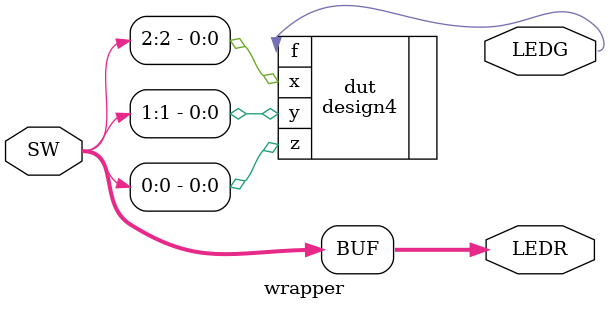
<source format=sv>
module wrapper (
  input logic [2:0] SW,
  output logic [2:0] LEDR,
  output logic [0:0] LEDG
);

design4 dut (
  .x(SW[2]),
  .y(SW[1]),
  .z(SW[0]),
  .f(LEDG[0])
);

assign LEDR = SW;

endmodule: wrapper

</source>
